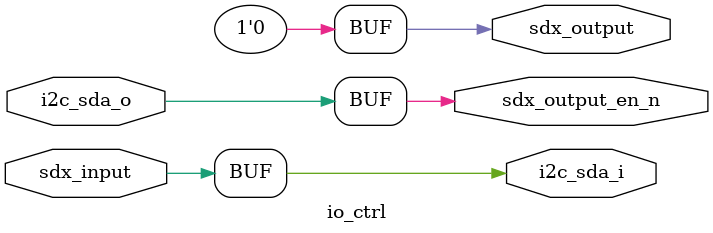
<source format=v>
`timescale 1ns/10ps
module io_ctrl (
	i2c_sda_i, // input data for i2c interface (put this signal to i2c delay block)
	i2c_sda_o, // output data for i2c_interface (put this signal to i2c delay block)
	sdx_input, // input value for SDX pad 
	sdx_output, // output to sdx pad
	sdx_output_en_n //output enable signal for SDX pad
	);
	
output i2c_sda_i;
input i2c_sda_o;
input sdx_input;
output sdx_output;
output sdx_output_en_n;

reg i2c_sda_i;
reg sdx_output;
reg sdx_output_en_n;

always @ (*)
  begin
    // I2C interface selected
    i2c_sda_i = sdx_input;
    sdx_output = 1'b0;
    sdx_output_en_n = i2c_sda_o;
  end
	
endmodule
</source>
